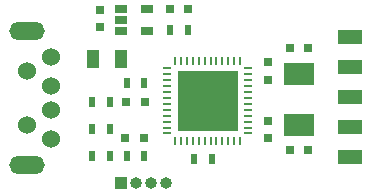
<source format=gts>
G04 #@! TF.FileFunction,Soldermask,Top*
%FSLAX46Y46*%
G04 Gerber Fmt 4.6, Leading zero omitted, Abs format (unit mm)*
G04 Created by KiCad (PCBNEW 4.0.2-stable) date 6/30/2017 10:51:31 AM*
%MOMM*%
G01*
G04 APERTURE LIST*
%ADD10C,0.150000*%
%ADD11R,0.750000X0.800000*%
%ADD12R,0.800000X0.750000*%
%ADD13R,0.800000X0.800000*%
%ADD14R,1.050000X1.600000*%
%ADD15R,1.000000X1.000000*%
%ADD16O,1.000000X1.000000*%
%ADD17R,2.000000X1.200000*%
%ADD18R,0.500000X0.900000*%
%ADD19R,1.060000X0.650000*%
%ADD20R,2.600000X1.900000*%
%ADD21C,1.524000*%
%ADD22O,3.000000X1.500000*%
%ADD23C,1.200000*%
%ADD24C,1.250000*%
%ADD25R,0.700000X0.250000*%
%ADD26R,0.250000X0.700000*%
%ADD27R,5.100000X5.100000*%
G04 APERTURE END LIST*
D10*
D11*
X189738000Y-127393000D03*
X189738000Y-128893000D03*
D12*
X195719000Y-127381000D03*
X197219000Y-127381000D03*
X205879000Y-139319000D03*
X207379000Y-139319000D03*
X205879000Y-130683000D03*
X207379000Y-130683000D03*
D11*
X203962000Y-131838000D03*
X203962000Y-133338000D03*
X203962000Y-136791000D03*
X203962000Y-138291000D03*
D13*
X191859000Y-138303000D03*
X193459000Y-138303000D03*
X193586000Y-135255000D03*
X191986000Y-135255000D03*
D14*
X189198000Y-131572000D03*
X191548000Y-131572000D03*
D15*
X191516000Y-142113000D03*
D16*
X192786000Y-142113000D03*
X194056000Y-142113000D03*
X195326000Y-142113000D03*
D17*
X210947000Y-129675000D03*
X210947000Y-132215000D03*
X210947000Y-134755000D03*
X210947000Y-137295000D03*
X210947000Y-139835000D03*
D18*
X193536000Y-133604000D03*
X192036000Y-133604000D03*
X192036000Y-139827000D03*
X193536000Y-139827000D03*
X199251000Y-140081000D03*
X197751000Y-140081000D03*
X197219000Y-129159000D03*
X195719000Y-129159000D03*
X190615000Y-137541000D03*
X189115000Y-137541000D03*
X190615000Y-135255000D03*
X189115000Y-135255000D03*
X190615000Y-139827000D03*
X189115000Y-139827000D03*
D19*
X191559000Y-127320000D03*
X191559000Y-128270000D03*
X191559000Y-129220000D03*
X193759000Y-129220000D03*
X193759000Y-127320000D03*
D20*
X206629000Y-132851000D03*
X206629000Y-137151000D03*
D21*
X185650000Y-133875000D03*
X185650000Y-135875000D03*
X185650000Y-131375000D03*
X185650000Y-138375000D03*
X183550000Y-132625000D03*
X183550000Y-137125000D03*
D22*
X183550000Y-129175000D03*
X183550000Y-140575000D03*
D23*
X200152000Y-133985000D03*
X198882000Y-133985000D03*
X197612000Y-133985000D03*
D24*
X197612000Y-136398000D03*
D23*
X198882000Y-136398000D03*
X200152000Y-136398000D03*
X200152000Y-135128000D03*
X197612000Y-135128000D03*
D25*
X202282000Y-137878000D03*
X202282000Y-137378000D03*
X202282000Y-136878000D03*
X202282000Y-136378000D03*
X202282000Y-135878000D03*
X202282000Y-135378000D03*
X202282000Y-134878000D03*
X202282000Y-134378000D03*
X202282000Y-133878000D03*
X202282000Y-133378000D03*
X202282000Y-132878000D03*
X202282000Y-132378000D03*
D26*
X201632000Y-131728000D03*
X201132000Y-131728000D03*
X200632000Y-131728000D03*
X200132000Y-131728000D03*
X199632000Y-131728000D03*
X199132000Y-131728000D03*
X198632000Y-131728000D03*
X198132000Y-131728000D03*
X197632000Y-131728000D03*
X197132000Y-131728000D03*
X196632000Y-131728000D03*
X196132000Y-131728000D03*
D25*
X195482000Y-132378000D03*
X195482000Y-132878000D03*
X195482000Y-133378000D03*
X195482000Y-133878000D03*
X195482000Y-134378000D03*
X195482000Y-134878000D03*
X195482000Y-135378000D03*
X195482000Y-135878000D03*
X195482000Y-136378000D03*
X195482000Y-136878000D03*
X195482000Y-137378000D03*
X195482000Y-137878000D03*
D26*
X196132000Y-138528000D03*
X196632000Y-138528000D03*
X197132000Y-138528000D03*
X197632000Y-138528000D03*
X198132000Y-138528000D03*
X198632000Y-138528000D03*
X199132000Y-138528000D03*
X199632000Y-138528000D03*
X200132000Y-138528000D03*
X200632000Y-138528000D03*
X201132000Y-138528000D03*
X201632000Y-138528000D03*
D27*
X198882000Y-135128000D03*
D23*
X198882000Y-135128000D03*
M02*

</source>
